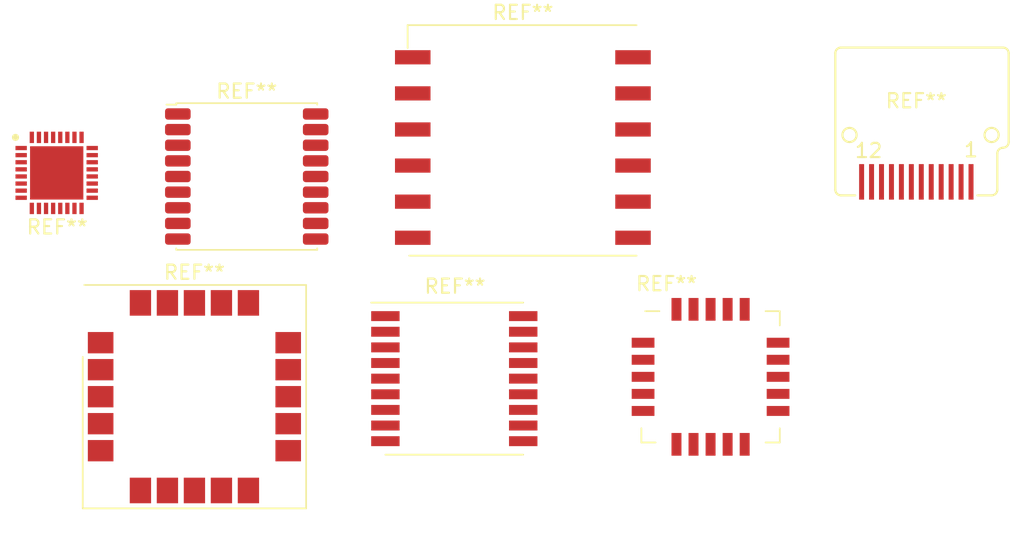
<source format=kicad_pcb>
(kicad_pcb (version 20221018) (generator pcbnew)
  (layers (0 "F.Cu" signal) (31 "B.Cu" signal) (34 "B.Paste" user) (35 "F.Paste" user) (36 "B.SilkS" user "B.Silkscreen") (37 "F.SilkS" user "F.Silkscreen") (38 "B.Mask" user) (39 "F.Mask" user) (44 "Edge.Cuts" user))
  (net 0 "")
  (footprint "RF_GPS:Sierra_XM11X0" (layer "F.Cu") (at 116.713 59.563)
    (fp_text reference "REF**" (at -3.1 -6.55) (layer "F.SilkS"))
    (fp_text value "Sierra_XM11X0")
    (fp_line (start -4.87 4.62) (end -4.87 3.62) (stroke (width 0.12)) (layer "F.SilkS"))
    (fp_line (start -4.6 -4.62) (end -3.6 -4.62) (stroke (width 0.12)) (layer "F.SilkS"))
    (fp_line (start -3.87 4.62) (end -4.87 4.62) (stroke (width 0.12)) (layer "F.SilkS"))
    (fp_line (start 3.87 -4.62) (end 4.87 -4.62) (stroke (width 0.12)) (layer "F.SilkS"))
    (fp_line (start 3.87 4.62) (end 4.87 4.62) (stroke (width 0.12)) (layer "F.SilkS"))
    (fp_line (start 4.87 -4.62) (end 4.87 -3.62) (stroke (width 0.12)) (layer "F.SilkS"))
    (fp_line (start 4.87 4.62) (end 4.87 3.62) (stroke (width 0.12)) (layer "F.SilkS"))
    (pad "1" smd rect (at -4.75 -2.4) (size 1.6 0.7) (layers "F.Cu" "F.Paste" "F.Mask"))
    (pad "2" smd rect (at -4.75 -1.2) (size 1.6 0.7) (layers "F.Cu" "F.Paste" "F.Mask"))
    (pad "3" smd rect (at -4.75 0) (size 1.6 0.7) (layers "F.Cu" "F.Paste" "F.Mask"))
    (pad "4" smd rect (at -4.75 1.2) (size 1.6 0.7) (layers "F.Cu" "F.Paste" "F.Mask"))
    (pad "5" smd rect (at -4.75 2.4) (size 1.6 0.7) (layers "F.Cu" "F.Paste" "F.Mask"))
    (pad "6" smd rect (at -2.4 4.75) (size 0.7 1.6) (layers "F.Cu" "F.Paste" "F.Mask"))
    (pad "7" smd rect (at -1.2 4.75) (size 0.7 1.6) (layers "F.Cu" "F.Paste" "F.Mask"))
    (pad "8" smd rect (at 0 4.75) (size 0.7 1.6) (layers "F.Cu" "F.Paste" "F.Mask"))
    (pad "9" smd rect (at 1.2 4.75) (size 0.7 1.6) (layers "F.Cu" "F.Paste" "F.Mask"))
    (pad "10" smd rect (at 2.4 4.75) (size 0.7 1.6) (layers "F.Cu" "F.Paste" "F.Mask"))
    (pad "11" smd rect (at 4.75 2.4) (size 1.6 0.7) (layers "F.Cu" "F.Paste" "F.Mask"))
    (pad "12" smd rect (at 4.75 1.2) (size 1.6 0.7) (layers "F.Cu" "F.Paste" "F.Mask"))
    (pad "13" smd rect (at 4.75 0) (size 1.6 0.7) (layers "F.Cu" "F.Paste" "F.Mask"))
    (pad "14" smd rect (at 4.75 -1.2) (size 1.6 0.7) (layers "F.Cu" "F.Paste" "F.Mask"))
    (pad "15" smd rect (at 4.75 -2.4) (size 1.6 0.7) (layers "F.Cu" "F.Paste" "F.Mask"))
    (pad "16" smd rect (at 2.4 -4.75) (size 0.7 1.6) (layers "F.Cu" "F.Paste" "F.Mask"))
    (pad "17" smd rect (at 1.2 -4.75) (size 0.7 1.6) (layers "F.Cu" "F.Paste" "F.Mask"))
    (pad "18" smd rect (at 0 -4.75) (size 0.7 1.6) (layers "F.Cu" "F.Paste" "F.Mask"))
    (pad "19" smd rect (at -1.2 -4.75) (size 0.7 1.6) (layers "F.Cu" "F.Paste" "F.Mask"))
    (pad "20" smd rect (at -2.4 -4.75) (size 0.7 1.6) (layers "F.Cu" "F.Paste" "F.Mask"))
  )
  (footprint "RF_GPS:ublox_SAM-M8Q" (layer "F.Cu") (at 80.391 60.96)
    (fp_text reference "REF**" (at 0 -8.75) (layer "F.SilkS"))
    (fp_text value "ublox_SAM-M8Q")
    (fp_line (start -7.86 -2.8) (end -7.86 7.86) (stroke (width 0.12)) (layer "F.SilkS"))
    (fp_line (start -7.86 7.86) (end 7.86 7.86) (stroke (width 0.12)) (layer "F.SilkS"))
    (fp_line (start -7.75 -7.86) (end 7.86 -7.86) (stroke (width 0.12)) (layer "F.SilkS"))
    (fp_line (start 7.86 -7.86) (end 7.86 7.86) (stroke (width 0.12)) (layer "F.SilkS"))
    (pad "1" smd rect (at -6.6 -3.8) (size 1.8 1.5) (layers "F.Cu" "F.Mask"))
    (pad "2" smd rect (at -6.6 -1.9) (size 1.8 1.5) (layers "F.Cu" "F.Mask"))
    (pad "3" smd rect (at -6.6 0) (size 1.8 1.5) (layers "F.Cu" "F.Mask"))
    (pad "4" smd rect (at -6.6 1.9) (size 1.8 1.5) (layers "F.Cu" "F.Mask"))
    (pad "5" smd rect (at -6.6 3.8) (size 1.8 1.5) (layers "F.Cu" "F.Mask"))
    (pad "6" smd rect (at -3.8 6.6) (size 1.5 1.8) (layers "F.Cu" "F.Mask"))
    (pad "7" smd rect (at -1.9 6.6) (size 1.5 1.8) (layers "F.Cu" "F.Mask"))
    (pad "8" smd rect (at 0 6.6) (size 1.5 1.8) (layers "F.Cu" "F.Mask"))
    (pad "9" smd rect (at 1.9 6.6) (size 1.5 1.8) (layers "F.Cu" "F.Mask"))
    (pad "10" smd rect (at 3.8 6.6) (size 1.5 1.8) (layers "F.Cu" "F.Mask"))
    (pad "11" smd rect (at 6.6 3.8) (size 1.8 1.5) (layers "F.Cu" "F.Mask"))
    (pad "12" smd rect (at 6.6 1.9) (size 1.8 1.5) (layers "F.Cu" "F.Mask"))
    (pad "13" smd rect (at 6.6 0) (size 1.8 1.5) (layers "F.Cu" "F.Mask"))
    (pad "14" smd rect (at 6.6 -1.9) (size 1.8 1.5) (layers "F.Cu" "F.Mask"))
    (pad "15" smd rect (at 6.6 -3.8) (size 1.8 1.5) (layers "F.Cu" "F.Mask"))
    (pad "16" smd rect (at 3.8 -6.6) (size 1.5 1.8) (layers "F.Cu" "F.Mask"))
    (pad "17" smd rect (at 1.9 -6.6) (size 1.5 1.8) (layers "F.Cu" "F.Mask"))
    (pad "18" smd rect (at 0 -6.6) (size 1.5 1.8) (layers "F.Cu" "F.Mask"))
    (pad "19" smd rect (at -1.9 -6.6) (size 1.5 1.8) (layers "F.Cu" "F.Mask"))
    (pad "20" smd rect (at -3.8 -6.6) (size 1.5 1.8) (layers "F.Cu" "F.Mask"))
  )
  (footprint "RF_GPS:Quectel_L80-R" (layer "F.Cu") (at 103.505 42.926)
    (fp_text reference "REF**" (at 0 -9 -180) (layer "F.SilkS"))
    (fp_text value "Quectel_L80-R")
    (fp_line (start -8.11 -8.11) (end -8.11 -6.5) (stroke (width 0.12)) (layer "F.SilkS"))
    (fp_line (start 8 -8.11) (end -8.11 -8.11) (stroke (width 0.12)) (layer "F.SilkS"))
    (fp_line (start 8 8.11) (end -8 8.11) (stroke (width 0.12)) (layer "F.SilkS"))
    (pad "1" smd rect (at -7.75 -5.85 180) (size 2.5 1) (layers "F.Cu" "F.Paste" "F.Mask"))
    (pad "2" smd rect (at -7.75 -3.31 180) (size 2.5 1) (layers "F.Cu" "F.Paste" "F.Mask"))
    (pad "3" smd rect (at -7.75 -0.77 180) (size 2.5 1) (layers "F.Cu" "F.Paste" "F.Mask"))
    (pad "4" smd rect (at -7.75 1.77 180) (size 2.5 1) (layers "F.Cu" "F.Paste" "F.Mask"))
    (pad "5" smd rect (at -7.75 4.31 180) (size 2.5 1) (layers "F.Cu" "F.Paste" "F.Mask"))
    (pad "6" smd rect (at -7.75 6.85 180) (size 2.5 1) (layers "F.Cu" "F.Paste" "F.Mask"))
    (pad "7" smd rect (at 7.75 6.85 180) (size 2.5 1) (layers "F.Cu" "F.Paste" "F.Mask"))
    (pad "8" smd rect (at 7.75 4.31 180) (size 2.5 1) (layers "F.Cu" "F.Paste" "F.Mask"))
    (pad "9" smd rect (at 7.75 1.77 180) (size 2.5 1) (layers "F.Cu" "F.Paste" "F.Mask"))
    (pad "10" smd rect (at 7.75 -0.77 180) (size 2.5 1) (layers "F.Cu" "F.Paste" "F.Mask"))
    (pad "11" smd rect (at 7.75 -3.31 180) (size 2.5 1) (layers "F.Cu" "F.Paste" "F.Mask"))
    (pad "12" smd rect (at 7.75 -5.85 180) (size 2.5 1) (layers "F.Cu" "F.Paste" "F.Mask"))
  )
  (footprint "RF_GPS:SIM28ML" (layer "F.Cu") (at 98.679 59.69)
    (fp_text reference "REF**" (at 0.05 -6.5) (layer "F.SilkS"))
    (fp_text value "SIM28ML")
    (fp_line (start -5.85 -5.35) (end 4.85 -5.35) (stroke (width 0.12)) (layer "F.SilkS"))
    (fp_line (start -4.85 5.35) (end 4.85 5.35) (stroke (width 0.12)) (layer "F.SilkS"))
    (pad "1" smd rect (at -4.85 -4.4) (size 2 0.7) (layers "F.Cu" "F.Paste" "F.Mask"))
    (pad "2" smd rect (at -4.85 -3.3) (size 2 0.7) (layers "F.Cu" "F.Paste" "F.Mask"))
    (pad "3" smd rect (at -4.85 -2.2) (size 2 0.7) (layers "F.Cu" "F.Paste" "F.Mask"))
    (pad "4" smd rect (at -4.85 -1.1) (size 2 0.7) (layers "F.Cu" "F.Paste" "F.Mask"))
    (pad "5" smd rect (at -4.85 0) (size 2 0.7) (layers "F.Cu" "F.Paste" "F.Mask"))
    (pad "6" smd rect (at -4.85 1.1) (size 2 0.7) (layers "F.Cu" "F.Paste" "F.Mask"))
    (pad "7" smd rect (at -4.85 2.2) (size 2 0.7) (layers "F.Cu" "F.Paste" "F.Mask"))
    (pad "8" smd rect (at -4.85 3.3) (size 2 0.7) (layers "F.Cu" "F.Paste" "F.Mask"))
    (pad "9" smd rect (at -4.85 4.4) (size 2 0.7) (layers "F.Cu" "F.Paste" "F.Mask"))
    (pad "10" smd rect (at 4.85 4.4) (size 2 0.7) (layers "F.Cu" "F.Paste" "F.Mask"))
    (pad "11" smd rect (at 4.85 3.3) (size 2 0.7) (layers "F.Cu" "F.Paste" "F.Mask"))
    (pad "12" smd rect (at 4.85 2.2) (size 2 0.7) (layers "F.Cu" "F.Paste" "F.Mask"))
    (pad "13" smd rect (at 4.85 1.1) (size 2 0.7) (layers "F.Cu" "F.Paste" "F.Mask"))
    (pad "14" smd rect (at 4.85 0) (size 2 0.7) (layers "F.Cu" "F.Paste" "F.Mask"))
    (pad "15" smd rect (at 4.85 -1.1) (size 2 0.7) (layers "F.Cu" "F.Paste" "F.Mask"))
    (pad "16" smd rect (at 4.85 -2.2) (size 2 0.7) (layers "F.Cu" "F.Paste" "F.Mask"))
    (pad "17" smd rect (at 4.85 -3.3) (size 2 0.7) (layers "F.Cu" "F.Paste" "F.Mask"))
    (pad "18" smd rect (at 4.85 -4.4) (size 2 0.7) (layers "F.Cu" "F.Paste" "F.Mask"))
  )
  (footprint "RF_GPS:Quectel_L70-R" (layer "F.Cu") (at 84.074 45.466)
    (fp_text reference "REF**" (at 0 -6) (layer "F.SilkS"))
    (fp_text value "Quectel_L70-R")
    (fp_line (start -5.65 -5.06) (end -4.96 -5.06) (stroke (width 0.12)) (layer "F.SilkS"))
    (fp_line (start -4.96 -5.16) (end -4.96 -5.06) (stroke (width 0.12)) (layer "F.SilkS"))
    (fp_line (start -4.96 -5.16) (end 4.96 -5.16) (stroke (width 0.12)) (layer "F.SilkS"))
    (fp_line (start -4.96 5.06) (end -4.96 5.16) (stroke (width 0.12)) (layer "F.SilkS"))
    (fp_line (start -4.96 5.16) (end 4.96 5.16) (stroke (width 0.12)) (layer "F.SilkS"))
    (fp_line (start 4.96 -5.16) (end 4.96 -5.06) (stroke (width 0.12)) (layer "F.SilkS"))
    (fp_line (start 4.96 5.06) (end 4.96 5.16) (stroke (width 0.12)) (layer "F.SilkS"))
    (pad "1" smd roundrect (at -4.85 -4.4) (size 1.8 0.8) (layers "F.Cu" "F.Paste" "F.Mask"))
    (pad "2" smd roundrect (at -4.85 -3.3) (size 1.8 0.8) (layers "F.Cu" "F.Paste" "F.Mask"))
    (pad "3" smd roundrect (at -4.85 -2.2) (size 1.8 0.8) (layers "F.Cu" "F.Paste" "F.Mask"))
    (pad "4" smd roundrect (at -4.85 -1.1) (size 1.8 0.8) (layers "F.Cu" "F.Paste" "F.Mask"))
    (pad "5" smd roundrect (at -4.85 0) (size 1.8 0.8) (layers "F.Cu" "F.Paste" "F.Mask"))
    (pad "6" smd roundrect (at -4.85 1.1) (size 1.8 0.8) (layers "F.Cu" "F.Paste" "F.Mask"))
    (pad "7" smd roundrect (at -4.85 2.2) (size 1.8 0.8) (layers "F.Cu" "F.Paste" "F.Mask"))
    (pad "8" smd roundrect (at -4.85 3.3) (size 1.8 0.8) (layers "F.Cu" "F.Paste" "F.Mask"))
    (pad "9" smd roundrect (at -4.85 4.4) (size 1.8 0.8) (layers "F.Cu" "F.Paste" "F.Mask"))
    (pad "10" smd roundrect (at 4.85 4.4) (size 1.8 0.8) (layers "F.Cu" "F.Paste" "F.Mask"))
    (pad "11" smd roundrect (at 4.85 3.3) (size 1.8 0.8) (layers "F.Cu" "F.Paste" "F.Mask"))
    (pad "12" smd roundrect (at 4.85 2.2) (size 1.8 0.8) (layers "F.Cu" "F.Paste" "F.Mask"))
    (pad "13" smd roundrect (at 4.85 1.1) (size 1.8 0.8) (layers "F.Cu" "F.Paste" "F.Mask"))
    (pad "14" smd roundrect (at 4.85 0) (size 1.8 0.8) (layers "F.Cu" "F.Paste" "F.Mask"))
    (pad "15" smd roundrect (at 4.85 -1.1) (size 1.8 0.8) (layers "F.Cu" "F.Paste" "F.Mask"))
    (pad "16" smd roundrect (at 4.85 -2.2) (size 1.8 0.8) (layers "F.Cu" "F.Paste" "F.Mask"))
    (pad "17" smd roundrect (at 4.85 -3.3) (size 1.8 0.8) (layers "F.Cu" "F.Paste" "F.Mask"))
    (pad "18" smd roundrect (at 4.85 -4.4) (size 1.8 0.8) (layers "F.Cu" "F.Paste" "F.Mask"))
  )
  (footprint "Footprint:VFQFN-32" (layer "F.Cu") (at 70.739 45.212)
    (fp_text reference "REF**" (at 0 3.81 unlocked) (layer "F.SilkS"))
    (fp_text value "VFQFN-32")
    (fp_circle (center -2.94 -2.5) (end -2.94 -2.375) (stroke (width 0.25)) (fill none) (layer "F.SilkS"))
    (pad "1" smd rect (at -2.54 -1.75 90) (size 0.3 0.8) (layers "F.Cu" "F.Paste" "F.Mask"))
    (pad "2" smd rect (at -2.54 -1.25 90) (size 0.3 0.8) (layers "F.Cu" "F.Paste" "F.Mask"))
    (pad "3" smd rect (at -2.54 -0.75 90) (size 0.3 0.8) (layers "F.Cu" "F.Paste" "F.Mask"))
    (pad "4" smd rect (at -2.54 -0.25 90) (size 0.3 0.8) (layers "F.Cu" "F.Paste" "F.Mask"))
    (pad "5" smd rect (at -2.54 0.25 90) (size 0.3 0.8) (layers "F.Cu" "F.Paste" "F.Mask"))
    (pad "6" smd rect (at -2.54 0.75 90) (size 0.3 0.8) (layers "F.Cu" "F.Paste" "F.Mask"))
    (pad "7" smd rect (at -2.54 1.25 90) (size 0.3 0.8) (layers "F.Cu" "F.Paste" "F.Mask"))
    (pad "8" smd rect (at -2.54 1.75 90) (size 0.3 0.8) (layers "F.Cu" "F.Paste" "F.Mask"))
    (pad "9" smd rect (at -1.79 2.5) (size 0.3 0.8) (layers "F.Cu" "F.Paste" "F.Mask"))
    (pad "10" smd rect (at -1.29 2.5) (size 0.3 0.8) (layers "F.Cu" "F.Paste" "F.Mask"))
    (pad "11" smd rect (at -0.79 2.5) (size 0.3 0.8) (layers "F.Cu" "F.Paste" "F.Mask"))
    (pad "12" smd rect (at -0.29 2.5) (size 0.3 0.8) (layers "F.Cu" "F.Paste" "F.Mask"))
    (pad "13" smd rect (at 0.21 2.5) (size 0.3 0.8) (layers "F.Cu" "F.Paste" "F.Mask"))
    (pad "14" smd rect (at 0.71 2.5) (size 0.3 0.8) (layers "F.Cu" "F.Paste" "F.Mask"))
    (pad "15" smd rect (at 1.21 2.5) (size 0.3 0.8) (layers "F.Cu" "F.Paste" "F.Mask"))
    (pad "16" smd rect (at 1.71 2.5) (size 0.3 0.8) (layers "F.Cu" "F.Paste" "F.Mask"))
    (pad "17" smd rect (at 2.46 1.75 90) (size 0.3 0.8) (layers "F.Cu" "F.Paste" "F.Mask"))
    (pad "18" smd rect (at 2.46 1.25 90) (size 0.3 0.8) (layers "F.Cu" "F.Paste" "F.Mask"))
    (pad "19" smd rect (at 2.46 0.75 90) (size 0.3 0.8) (layers "F.Cu" "F.Paste" "F.Mask"))
    (pad "20" smd rect (at 2.46 0.25 90) (size 0.3 0.8) (layers "F.Cu" "F.Paste" "F.Mask"))
    (pad "21" smd rect (at 2.46 -0.25 90) (size 0.3 0.8) (layers "F.Cu" "F.Paste" "F.Mask"))
    (pad "22" smd rect (at 2.46 -0.75 90) (size 0.3 0.8) (layers "F.Cu" "F.Paste" "F.Mask"))
    (pad "23" smd rect (at 2.46 -1.25 90) (size 0.3 0.8) (layers "F.Cu" "F.Paste" "F.Mask"))
    (pad "24" smd rect (at 2.46 -1.75 90) (size 0.3 0.8) (layers "F.Cu" "F.Paste" "F.Mask"))
    (pad "25" smd rect (at 1.71 -2.5) (size 0.3 0.8) (layers "F.Cu" "F.Paste" "F.Mask"))
    (pad "26" smd rect (at 1.21 -2.5) (size 0.3 0.8) (layers "F.Cu" "F.Paste" "F.Mask"))
    (pad "27" smd rect (at 0.71 -2.5) (size 0.3 0.8) (layers "F.Cu" "F.Paste" "F.Mask"))
    (pad "28" smd rect (at 0.21 -2.5) (size 0.3 0.8) (layers "F.Cu" "F.Paste" "F.Mask"))
    (pad "29" smd rect (at -0.29 -2.5) (size 0.3 0.8) (layers "F.Cu" "F.Paste" "F.Mask"))
    (pad "30" smd rect (at -0.79 -2.5) (size 0.3 0.8) (layers "F.Cu" "F.Paste" "F.Mask"))
    (pad "31" smd rect (at -1.29 -2.5) (size 0.3 0.8) (layers "F.Cu" "F.Paste" "F.Mask"))
    (pad "32" smd rect (at -1.79 -2.5) (size 0.3 0.8) (layers "F.Cu" "F.Paste" "F.Mask"))
    (pad "33" smd rect (at -0.04 0) (size 3.75 3.75) (layers "F.Cu" "F.Paste" "F.Mask"))
  )
  (footprint "open-Smartwatch:GC9A01_IPS_display" (layer "F.Cu") (at 131.191 45.593)
    (fp_text reference "REF**" (at 0 -5.45) (layer "F.SilkS"))
    (fp_text value "GC9A01_IPS_display")
    (fp_text user "1" (at 3.85 -2) (layer "F.SilkS"))
    (fp_text user "12" (at -3.35 -1.95) (layer "F.SilkS"))
    (fp_line (start -5.7 -8.8) (end -5.7 0.8) (stroke (width 0.15)) (layer "F.SilkS"))
    (fp_line (start -5.3 1.2) (end -4.3 1.2) (stroke (width 0.15)) (layer "F.SilkS"))
    (fp_line (start 4.3 1.2) (end 5.3 1.2) (stroke (width 0.15)) (layer "F.SilkS"))
    (fp_line (start 5.7 -1.75) (end 5.7 0.85) (stroke (width 0.15)) (layer "F.SilkS"))
    (fp_line (start 6.1 -9.2) (end -5.3 -9.2) (stroke (width 0.15)) (layer "F.SilkS"))
    (fp_line (start 6.5 -8.8) (end 6.5 -2.55) (stroke (width 0.15)) (layer "F.SilkS"))
    (fp_arc (start -5.7 -8.8) (mid -5.582843 -9.082843) (end -5.3 -9.2) (stroke (width 0.15)) (layer "F.SilkS"))
    (fp_arc (start -5.3 1.2) (mid -5.582843 1.082843) (end -5.7 0.8) (stroke (width 0.15)) (layer "F.SilkS"))
    (fp_arc (start 5.7 -1.75) (mid 5.817157 -2.032843) (end 6.1 -2.15) (stroke (width 0.15)) (layer "F.SilkS"))
    (fp_arc (start 5.7 0.8) (mid 5.582843 1.082843) (end 5.3 1.2) (stroke (width 0.15)) (layer "F.SilkS"))
    (fp_arc (start 6.1 -9.2) (mid 6.382843 -9.082843) (end 6.5 -8.8) (stroke (width 0.15)) (layer "F.SilkS"))
    (fp_arc (start 6.5 -2.55) (mid 6.382843 -2.267157) (end 6.1 -2.15) (stroke (width 0.15)) (layer "F.SilkS"))
    (fp_circle (center -4.7 -3.05) (end -4.2 -3.05) (stroke (width 0.15)) (fill none) (layer "F.SilkS"))
    (fp_circle (center 5.3 -3.05) (end 5.8 -3.05) (stroke (width 0.15)) (fill none) (layer "F.SilkS"))
    (pad "1" smd rect (at 3.85 0.25) (size 0.35 2.5) (layers "F.Cu" "F.Paste" "F.Mask"))
    (pad "2" smd rect (at 3.15 0.25) (size 0.35 2.5) (layers "F.Cu" "F.Paste" "F.Mask"))
    (pad "3" smd rect (at 2.45 0.25) (size 0.35 2.5) (layers "F.Cu" "F.Paste" "F.Mask"))
    (pad "4" smd rect (at 1.75 0.25) (size 0.35 2.5) (layers "F.Cu" "F.Paste" "F.Mask"))
    (pad "5" smd rect (at 1.05 0.25) (size 0.35 2.5) (layers "F.Cu" "F.Paste" "F.Mask"))
    (pad "6" smd rect (at 0.35 0.25) (size 0.35 2.5) (layers "F.Cu" "F.Paste" "F.Mask"))
    (pad "7" smd rect (at -0.35 0.25) (size 0.35 2.5) (layers "F.Cu" "F.Paste" "F.Mask"))
    (pad "8" smd rect (at -1.05 0.25) (size 0.35 2.5) (layers "F.Cu" "F.Paste" "F.Mask"))
    (pad "9" smd rect (at -1.75 0.25) (size 0.35 2.5) (layers "F.Cu" "F.Paste" "F.Mask"))
    (pad "10" smd rect (at -2.45 0.25) (size 0.35 2.5) (layers "F.Cu" "F.Paste" "F.Mask"))
    (pad "11" smd rect (at -3.15 0.25) (size 0.35 2.5) (layers "F.Cu" "F.Paste" "F.Mask"))
    (pad "12" smd rect (at -3.85 0.25) (size 0.35 2.5) (layers "F.Cu" "F.Paste" "F.Mask"))
  )
)
</source>
